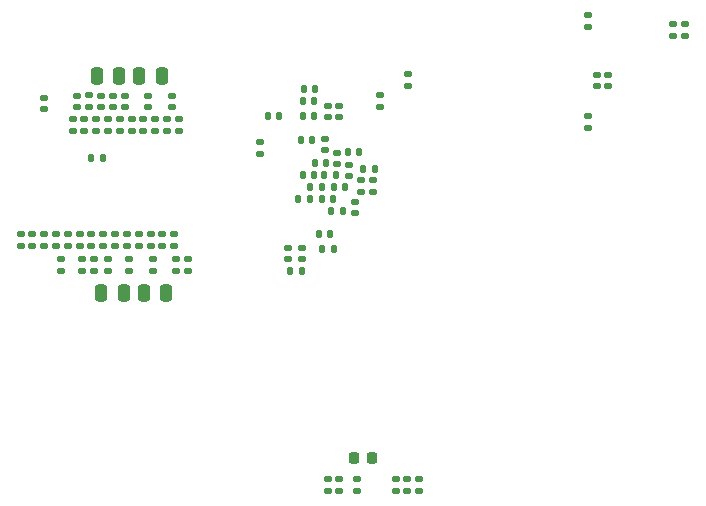
<source format=gbr>
%TF.GenerationSoftware,KiCad,Pcbnew,9.0.0*%
%TF.CreationDate,2025-03-22T23:10:54-04:00*%
%TF.ProjectId,simpleSBC,73696d70-6c65-4534-9243-2e6b69636164,rev?*%
%TF.SameCoordinates,Original*%
%TF.FileFunction,Paste,Bot*%
%TF.FilePolarity,Positive*%
%FSLAX46Y46*%
G04 Gerber Fmt 4.6, Leading zero omitted, Abs format (unit mm)*
G04 Created by KiCad (PCBNEW 9.0.0) date 2025-03-22 23:10:54*
%MOMM*%
%LPD*%
G01*
G04 APERTURE LIST*
G04 Aperture macros list*
%AMRoundRect*
0 Rectangle with rounded corners*
0 $1 Rounding radius*
0 $2 $3 $4 $5 $6 $7 $8 $9 X,Y pos of 4 corners*
0 Add a 4 corners polygon primitive as box body*
4,1,4,$2,$3,$4,$5,$6,$7,$8,$9,$2,$3,0*
0 Add four circle primitives for the rounded corners*
1,1,$1+$1,$2,$3*
1,1,$1+$1,$4,$5*
1,1,$1+$1,$6,$7*
1,1,$1+$1,$8,$9*
0 Add four rect primitives between the rounded corners*
20,1,$1+$1,$2,$3,$4,$5,0*
20,1,$1+$1,$4,$5,$6,$7,0*
20,1,$1+$1,$6,$7,$8,$9,0*
20,1,$1+$1,$8,$9,$2,$3,0*%
G04 Aperture macros list end*
%ADD10RoundRect,0.135000X-0.185000X0.135000X-0.185000X-0.135000X0.185000X-0.135000X0.185000X0.135000X0*%
%ADD11RoundRect,0.135000X0.185000X-0.135000X0.185000X0.135000X-0.185000X0.135000X-0.185000X-0.135000X0*%
%ADD12RoundRect,0.140000X0.140000X0.170000X-0.140000X0.170000X-0.140000X-0.170000X0.140000X-0.170000X0*%
%ADD13RoundRect,0.140000X0.170000X-0.140000X0.170000X0.140000X-0.170000X0.140000X-0.170000X-0.140000X0*%
%ADD14RoundRect,0.140000X-0.170000X0.140000X-0.170000X-0.140000X0.170000X-0.140000X0.170000X0.140000X0*%
%ADD15RoundRect,0.225000X0.225000X0.250000X-0.225000X0.250000X-0.225000X-0.250000X0.225000X-0.250000X0*%
%ADD16RoundRect,0.140000X-0.140000X-0.170000X0.140000X-0.170000X0.140000X0.170000X-0.140000X0.170000X0*%
%ADD17RoundRect,0.250000X-0.250000X-0.475000X0.250000X-0.475000X0.250000X0.475000X-0.250000X0.475000X0*%
%ADD18RoundRect,0.135000X-0.135000X-0.185000X0.135000X-0.185000X0.135000X0.185000X-0.135000X0.185000X0*%
G04 APERTURE END LIST*
D10*
%TO.C,R32*%
X119500000Y-90240000D03*
X119500000Y-91260000D03*
%TD*%
D11*
%TO.C,R22*%
X128900000Y-81560000D03*
X128900000Y-80540000D03*
%TD*%
D12*
%TO.C,C26*%
X143980000Y-86300000D03*
X143020000Y-86300000D03*
%TD*%
D13*
%TO.C,C13*%
X147300000Y-86680000D03*
X147300000Y-85720000D03*
%TD*%
D14*
%TO.C,C60*%
X127700000Y-92420000D03*
X127700000Y-93380000D03*
%TD*%
D13*
%TO.C,C40*%
X148300000Y-86680000D03*
X148300000Y-85720000D03*
%TD*%
D15*
%TO.C,C51*%
X148275000Y-109250000D03*
X146725000Y-109250000D03*
%TD*%
D14*
%TO.C,C27*%
X142300000Y-91420000D03*
X142300000Y-92380000D03*
%TD*%
D11*
%TO.C,R10*%
X145500000Y-112000000D03*
X145500000Y-110980000D03*
%TD*%
D13*
%TO.C,C31*%
X144300000Y-83180000D03*
X144300000Y-82220000D03*
%TD*%
%TO.C,C64*%
X131300000Y-79530000D03*
X131300000Y-78570000D03*
%TD*%
D16*
%TO.C,C17*%
X142500000Y-78000000D03*
X143460000Y-78000000D03*
%TD*%
D10*
%TO.C,R35*%
X120500000Y-90240000D03*
X120500000Y-91260000D03*
%TD*%
D12*
%TO.C,C32*%
X144980000Y-87300000D03*
X144020000Y-87300000D03*
%TD*%
D11*
%TO.C,R17*%
X125900000Y-81560000D03*
X125900000Y-80540000D03*
%TD*%
D10*
%TO.C,R23*%
X130500000Y-90240000D03*
X130500000Y-91260000D03*
%TD*%
D13*
%TO.C,C48*%
X144500000Y-80380000D03*
X144500000Y-79420000D03*
%TD*%
D11*
%TO.C,R38*%
X126900000Y-81560000D03*
X126900000Y-80540000D03*
%TD*%
D17*
%TO.C,C66*%
X128550000Y-76900000D03*
X130450000Y-76900000D03*
%TD*%
D13*
%TO.C,C9*%
X120500000Y-79730000D03*
X120500000Y-78770000D03*
%TD*%
D14*
%TO.C,C24*%
X141100000Y-91420000D03*
X141100000Y-92380000D03*
%TD*%
D10*
%TO.C,R37*%
X125500000Y-90240000D03*
X125500000Y-91260000D03*
%TD*%
D16*
%TO.C,C18*%
X146220000Y-83300000D03*
X147180000Y-83300000D03*
%TD*%
D13*
%TO.C,C53*%
X123300000Y-79530000D03*
X123300000Y-78570000D03*
%TD*%
D10*
%TO.C,R39*%
X126500000Y-90240000D03*
X126500000Y-91260000D03*
%TD*%
D13*
%TO.C,C2*%
X126300000Y-79530000D03*
X126300000Y-78570000D03*
%TD*%
D11*
%TO.C,R45*%
X166525000Y-81260000D03*
X166525000Y-80240000D03*
%TD*%
D10*
%TO.C,R21*%
X128500000Y-90240000D03*
X128500000Y-91260000D03*
%TD*%
D13*
%TO.C,C46*%
X145500000Y-80380000D03*
X145500000Y-79420000D03*
%TD*%
D10*
%TO.C,R16*%
X121500000Y-90240000D03*
X121500000Y-91260000D03*
%TD*%
%TO.C,R25*%
X129500000Y-90240000D03*
X129500000Y-91260000D03*
%TD*%
D11*
%TO.C,R12*%
X152250000Y-112010000D03*
X152250000Y-110990000D03*
%TD*%
D14*
%TO.C,C59*%
X125900000Y-92420000D03*
X125900000Y-93380000D03*
%TD*%
D13*
%TO.C,C56*%
X129300000Y-79530000D03*
X129300000Y-78570000D03*
%TD*%
D11*
%TO.C,R11*%
X144500000Y-112010000D03*
X144500000Y-110990000D03*
%TD*%
D18*
%TO.C,R5*%
X141290000Y-93400000D03*
X142310000Y-93400000D03*
%TD*%
D14*
%TO.C,C15*%
X146800000Y-87570000D03*
X146800000Y-88530000D03*
%TD*%
D17*
%TO.C,C33*%
X124950000Y-76900000D03*
X126850000Y-76900000D03*
%TD*%
D13*
%TO.C,C82*%
X167275000Y-77730000D03*
X167275000Y-76770000D03*
%TD*%
D11*
%TO.C,R27*%
X127900000Y-81560000D03*
X127900000Y-80540000D03*
%TD*%
%TO.C,R30*%
X129900000Y-81560000D03*
X129900000Y-80540000D03*
%TD*%
D10*
%TO.C,R36*%
X122500000Y-90240000D03*
X122500000Y-91260000D03*
%TD*%
%TO.C,R31*%
X118500000Y-90240000D03*
X118500000Y-91260000D03*
%TD*%
D12*
%TO.C,C50*%
X140380000Y-80300000D03*
X139420000Y-80300000D03*
%TD*%
%TO.C,C21*%
X143330000Y-85300000D03*
X142370000Y-85300000D03*
%TD*%
D11*
%TO.C,R3*%
X138750000Y-83500000D03*
X138750000Y-82480000D03*
%TD*%
D16*
%TO.C,C8*%
X142220000Y-82300000D03*
X143180000Y-82300000D03*
%TD*%
%TO.C,C35*%
X144820000Y-88300000D03*
X145780000Y-88300000D03*
%TD*%
D13*
%TO.C,C55*%
X127300000Y-79530000D03*
X127300000Y-78570000D03*
%TD*%
D11*
%TO.C,R28*%
X123900000Y-81560000D03*
X123900000Y-80540000D03*
%TD*%
%TO.C,R47*%
X151275000Y-77760000D03*
X151275000Y-76740000D03*
%TD*%
%TO.C,R14*%
X150250000Y-112010000D03*
X150250000Y-110990000D03*
%TD*%
D14*
%TO.C,C61*%
X129700000Y-92420000D03*
X129700000Y-93380000D03*
%TD*%
D11*
%TO.C,R29*%
X131500000Y-91260000D03*
X131500000Y-90240000D03*
%TD*%
D16*
%TO.C,C5*%
X144220000Y-85300000D03*
X145180000Y-85300000D03*
%TD*%
D10*
%TO.C,R33*%
X123500000Y-90240000D03*
X123500000Y-91260000D03*
%TD*%
D11*
%TO.C,R26*%
X122900000Y-81560000D03*
X122900000Y-80540000D03*
%TD*%
D14*
%TO.C,C52*%
X124700000Y-92420000D03*
X124700000Y-93380000D03*
%TD*%
D13*
%TO.C,C77*%
X173775000Y-73480000D03*
X173775000Y-72520000D03*
%TD*%
D14*
%TO.C,C57*%
X121900000Y-92420000D03*
X121900000Y-93380000D03*
%TD*%
D16*
%TO.C,C11*%
X145020000Y-86300000D03*
X145980000Y-86300000D03*
%TD*%
%TO.C,C30*%
X142420000Y-79000000D03*
X143380000Y-79000000D03*
%TD*%
D10*
%TO.C,R18*%
X124500000Y-90240000D03*
X124500000Y-91260000D03*
%TD*%
D13*
%TO.C,C54*%
X125300000Y-79530000D03*
X125300000Y-78570000D03*
%TD*%
D11*
%TO.C,R34*%
X124900000Y-81560000D03*
X124900000Y-80540000D03*
%TD*%
D16*
%TO.C,C28*%
X143770000Y-90250000D03*
X144730000Y-90250000D03*
%TD*%
D10*
%TO.C,R19*%
X127500000Y-90240000D03*
X127500000Y-91260000D03*
%TD*%
D11*
%TO.C,R15*%
X147000000Y-112010000D03*
X147000000Y-110990000D03*
%TD*%
%TO.C,R13*%
X151250000Y-112010000D03*
X151250000Y-110990000D03*
%TD*%
D13*
%TO.C,C78*%
X168275000Y-77730000D03*
X168275000Y-76770000D03*
%TD*%
D11*
%TO.C,R4*%
X124300000Y-79560000D03*
X124300000Y-78540000D03*
%TD*%
D16*
%TO.C,C1*%
X143420000Y-84300000D03*
X144380000Y-84300000D03*
%TD*%
D14*
%TO.C,C58*%
X123700000Y-92420000D03*
X123700000Y-93380000D03*
%TD*%
D11*
%TO.C,R20*%
X130900000Y-81560000D03*
X130900000Y-80540000D03*
%TD*%
D13*
%TO.C,C7*%
X146300000Y-85380000D03*
X146300000Y-84420000D03*
%TD*%
D17*
%TO.C,C65*%
X125350000Y-95300000D03*
X127250000Y-95300000D03*
%TD*%
D18*
%TO.C,R2*%
X124490000Y-83800000D03*
X125510000Y-83800000D03*
%TD*%
%TO.C,R1*%
X143990000Y-91500000D03*
X145010000Y-91500000D03*
%TD*%
D11*
%TO.C,R48*%
X148900000Y-79510000D03*
X148900000Y-78490000D03*
%TD*%
D16*
%TO.C,C10*%
X142020000Y-87300000D03*
X142980000Y-87300000D03*
%TD*%
D13*
%TO.C,C81*%
X174775000Y-73480000D03*
X174775000Y-72520000D03*
%TD*%
D14*
%TO.C,C63*%
X132700000Y-92420000D03*
X132700000Y-93380000D03*
%TD*%
D17*
%TO.C,C34*%
X128950000Y-95300000D03*
X130850000Y-95300000D03*
%TD*%
D16*
%TO.C,C25*%
X142420000Y-80300000D03*
X143380000Y-80300000D03*
%TD*%
%TO.C,C23*%
X147520000Y-84800000D03*
X148480000Y-84800000D03*
%TD*%
D13*
%TO.C,C3*%
X145300000Y-84380000D03*
X145300000Y-83420000D03*
%TD*%
D11*
%TO.C,R50*%
X166525000Y-72760000D03*
X166525000Y-71740000D03*
%TD*%
%TO.C,R24*%
X131900000Y-81560000D03*
X131900000Y-80540000D03*
%TD*%
D14*
%TO.C,C62*%
X131700000Y-92420000D03*
X131700000Y-93380000D03*
%TD*%
M02*

</source>
